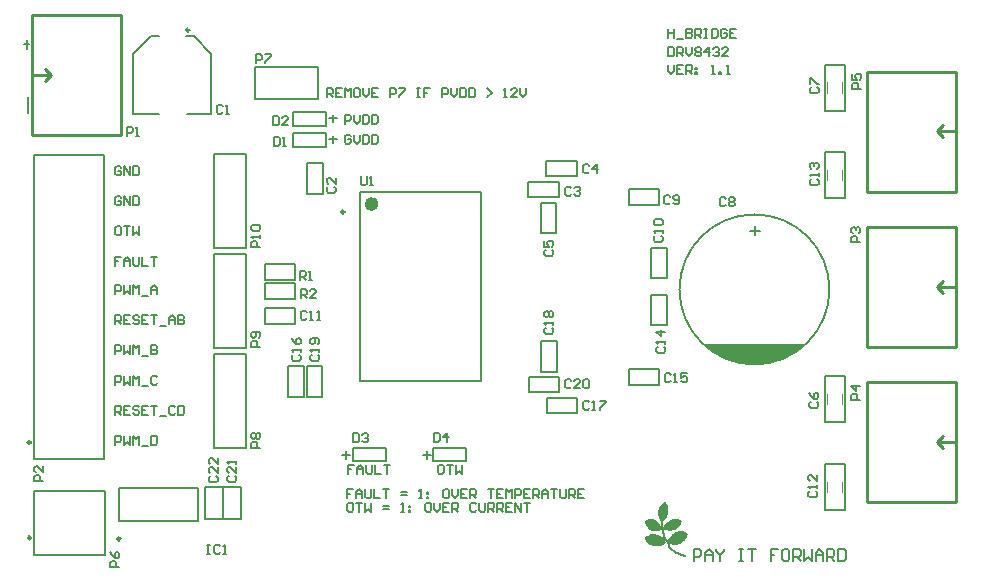
<source format=gto>
G04*
G04 #@! TF.GenerationSoftware,Altium Limited,Altium Designer,20.2.7 (254)*
G04*
G04 Layer_Color=65535*
%FSLAX25Y25*%
%MOIN*%
G70*
G04*
G04 #@! TF.SameCoordinates,93ECAAD2-9D94-4F50-94FD-CC643B8307E9*
G04*
G04*
G04 #@! TF.FilePolarity,Positive*
G04*
G01*
G75*
%ADD10C,0.00700*%
%ADD11C,0.02362*%
%ADD12C,0.00984*%
%ADD13R,0.01000X0.01000*%
%ADD14C,0.00787*%
%ADD15C,0.00600*%
%ADD16C,0.01000*%
%ADD17C,0.00500*%
%ADD18C,0.00400*%
%ADD19C,0.00787*%
G36*
X255800Y72300D02*
X251200Y70300D01*
X247600Y69600D01*
X244200Y69400D01*
X241300Y69500D01*
X235200Y71000D01*
X231800Y72600D01*
X229100Y74300D01*
X229300Y74400D01*
X226700Y76300D01*
X261600D01*
X255800Y72300D01*
D02*
G37*
G36*
X209944Y17972D02*
X209952Y17984D01*
X209955Y17985D01*
X209956Y17987D01*
X209975Y17989D01*
X209993Y17993D01*
X210533Y17897D01*
X210537Y17894D01*
X210543Y17894D01*
X211366Y17577D01*
X211370Y17573D01*
X211376Y17572D01*
X211819Y17289D01*
X211821Y17286D01*
X211824Y17285D01*
X212171Y16998D01*
X212175Y16991D01*
X212182Y16986D01*
X212752Y16099D01*
X212753Y16095D01*
X212756Y16092D01*
X213200Y15078D01*
X213200Y15067D01*
X213204Y15057D01*
Y14393D01*
X213201Y14386D01*
X213202Y14378D01*
X213193Y14368D01*
X213188Y14355D01*
X213181Y14352D01*
X213176Y14346D01*
X212829Y14156D01*
X212826Y14155D01*
X212824Y14153D01*
X212444Y13994D01*
X212437Y13993D01*
X212431Y13990D01*
X211988Y13926D01*
X211987Y13927D01*
X211986Y13926D01*
X211446Y13863D01*
X211443Y13864D01*
X211440Y13862D01*
X210363D01*
X210355Y13866D01*
X210346Y13865D01*
X209966Y13992D01*
X209963Y13995D01*
X209958Y13995D01*
X209358Y14312D01*
X209353Y14318D01*
X209346Y14321D01*
X208649Y14988D01*
X208646Y14994D01*
X208641Y14998D01*
X208387Y15408D01*
X208387Y15409D01*
X208387Y15409D01*
X208197Y15725D01*
X208196Y15729D01*
X208193Y15732D01*
X207843Y16556D01*
X207843Y16557D01*
X207842Y16559D01*
X207652Y17099D01*
X207653Y17111D01*
X207650Y17123D01*
X207654Y17131D01*
X207655Y17140D01*
X207664Y17149D01*
X207670Y17159D01*
X208240Y17603D01*
X208249Y17605D01*
X208256Y17611D01*
X208733Y17768D01*
X208733Y17768D01*
X208734Y17768D01*
X209240Y17928D01*
X209245Y17928D01*
X209249Y17930D01*
X209723Y17994D01*
X209729Y17992D01*
X209736Y17994D01*
X209944Y17972D01*
D02*
G37*
G36*
X218256Y17928D02*
X218263Y17929D01*
X218897Y17769D01*
X218901Y17766D01*
X218906Y17766D01*
X219379Y17546D01*
X219380Y17545D01*
X219381Y17545D01*
X219594Y17438D01*
X219911Y17282D01*
X219923Y17268D01*
X219936Y17255D01*
X219936Y17253D01*
X219938Y17251D01*
X219937Y17242D01*
X219943Y17237D01*
X219944Y17231D01*
X219948Y17227D01*
X219947Y17211D01*
X219949Y17196D01*
X219822Y16723D01*
X219820Y16720D01*
Y16716D01*
X219597Y16176D01*
X219593Y16172D01*
X219592Y16168D01*
X219309Y15724D01*
X219307Y15723D01*
X219306Y15720D01*
X218863Y15150D01*
X218858Y15147D01*
X218856Y15143D01*
X218286Y14636D01*
X218279Y14634D01*
X218274Y14628D01*
X217514Y14248D01*
X217511Y14248D01*
X217509Y14246D01*
X217002Y14056D01*
X216995Y14056D01*
X216988Y14053D01*
X216058Y13979D01*
X216055Y13980D01*
X216053Y13979D01*
X215673D01*
X215668Y13981D01*
X215663Y13980D01*
X215189Y14077D01*
X215189Y14077D01*
X215188Y14077D01*
X214775Y14171D01*
X214773Y14172D01*
X214771Y14172D01*
X214239Y14330D01*
X214019Y14360D01*
X214010Y14365D01*
X213998Y14367D01*
X213842Y14464D01*
X213840Y14467D01*
X213836Y14468D01*
X213828Y14483D01*
X213817Y14498D01*
X213818Y14501D01*
X213816Y14504D01*
X213753Y15074D01*
X213754Y15077D01*
X213753Y15080D01*
X213758Y15093D01*
X213760Y15108D01*
X213950Y15425D01*
X213952Y15426D01*
X213952Y15428D01*
X214172Y15743D01*
X214331Y15996D01*
X214334Y15998D01*
X214336Y16002D01*
X214524Y16220D01*
X214679Y16441D01*
X214685Y16445D01*
X214689Y16452D01*
X214875Y16605D01*
X214998Y16760D01*
X215004Y16764D01*
X215007Y16770D01*
X215294Y16990D01*
X215296Y16990D01*
X215298Y16992D01*
X215908Y17382D01*
X215910Y17383D01*
X215912Y17385D01*
X216482Y17672D01*
X216488Y17672D01*
X216492Y17675D01*
X217032Y17832D01*
X217035Y17832D01*
X217038Y17833D01*
X217638Y17930D01*
X217642Y17929D01*
X217647Y17931D01*
X218250D01*
X218256Y17928D01*
D02*
G37*
G36*
X214427Y23912D02*
X214430Y23912D01*
X214444Y23902D01*
X214459Y23893D01*
X214460Y23890D01*
X214463Y23887D01*
X214687Y23507D01*
X214687Y23504D01*
X214689Y23502D01*
X214816Y23220D01*
X215035Y22777D01*
X215035Y22773D01*
X215038Y22770D01*
X215228Y22200D01*
Y22200D01*
D01*
X215228Y22198D01*
X215229Y22197D01*
X215453Y21313D01*
X215452Y21306D01*
X215454Y21300D01*
Y20377D01*
X215453Y20374D01*
X215454Y20371D01*
X215390Y19708D01*
X215389Y19706D01*
X215388Y19704D01*
X215389Y19700D01*
X215199Y18970D01*
X215196Y18966D01*
X215196Y18961D01*
X214973Y18455D01*
X214967Y18450D01*
X214965Y18442D01*
X214792Y18235D01*
X214648Y18062D01*
X214648Y18062D01*
X214648Y18062D01*
X213478Y16669D01*
X213476Y16667D01*
X213475Y16665D01*
X213474Y16665D01*
X213473Y16663D01*
X213457Y16657D01*
X213441Y16649D01*
X213439Y16650D01*
X213437Y16649D01*
X213435Y16650D01*
X213434Y16649D01*
X213418Y16657D01*
X213402Y16662D01*
X213401Y16664D01*
X213398Y16665D01*
X213398Y16666D01*
X213397Y16667D01*
X213110Y16984D01*
X213108Y16989D01*
X213104Y16992D01*
X212820Y17469D01*
X212820Y17470D01*
X212819Y17471D01*
X212502Y18071D01*
X212502Y18074D01*
X212500Y18075D01*
X212214Y18742D01*
X212213Y18747D01*
X212210Y18752D01*
X212020Y19605D01*
X212022Y19612D01*
X212019Y19619D01*
X212053Y20475D01*
X212055Y20481D01*
X212054Y20487D01*
X212274Y21340D01*
X212276Y21343D01*
X212276Y21346D01*
X212529Y22013D01*
X212534Y22017D01*
X212536Y22024D01*
X212885Y22531D01*
X212888Y22533D01*
X212889Y22535D01*
X213299Y23009D01*
X213304Y23011D01*
X213306Y23016D01*
X213622Y23268D01*
X213970Y23584D01*
X213972Y23584D01*
X213974Y23586D01*
X214384Y23903D01*
X214387Y23904D01*
X214389Y23907D01*
X214407Y23909D01*
X214424Y23914D01*
X214427Y23912D01*
D02*
G37*
G36*
X219761Y13770D02*
X219762Y13771D01*
X220424Y13741D01*
X220457D01*
X220464Y13737D01*
X220473Y13738D01*
X220980Y13578D01*
X220981Y13577D01*
X220984Y13577D01*
X221457Y13387D01*
X221463Y13381D01*
X221471Y13379D01*
X221977Y12969D01*
X221982Y12959D01*
X221991Y12953D01*
X221992Y12942D01*
X221997Y12932D01*
X221994Y12922D01*
X221995Y12912D01*
X221805Y12245D01*
X221803Y12242D01*
X221802Y12237D01*
X221612Y11827D01*
X221611Y11826D01*
X221610Y11823D01*
X221357Y11380D01*
X221355Y11379D01*
X221355Y11377D01*
X221102Y10997D01*
X221099Y10995D01*
X221099Y10993D01*
X220815Y10643D01*
X220811Y10640D01*
X220809Y10636D01*
X220522Y10383D01*
X220519Y10382D01*
X220518Y10379D01*
X219884Y9936D01*
X219882Y9935D01*
X219880Y9933D01*
X219437Y9680D01*
X219432Y9679D01*
X219428Y9675D01*
X218794Y9455D01*
X218790Y9456D01*
X218787Y9454D01*
X218280Y9357D01*
X218275Y9358D01*
X218270Y9356D01*
X217607D01*
X217603Y9357D01*
X217600Y9356D01*
X216173Y9546D01*
X216166Y9550D01*
X216157Y9551D01*
X215397Y9901D01*
X215388Y9911D01*
X215376Y9919D01*
X215374Y9926D01*
X215369Y9931D01*
X215370Y9945D01*
X215367Y9959D01*
X215397Y10131D01*
X215056Y10747D01*
X215055Y10757D01*
X215050Y10765D01*
X215051Y10769D01*
X215049Y10773D01*
X215052Y10780D01*
X215051Y10788D01*
X215057Y10796D01*
X215059Y10805D01*
X215629Y11595D01*
X215631Y11596D01*
X215632Y11598D01*
X216235Y12328D01*
X216239Y12330D01*
X216241Y12334D01*
X216557Y12617D01*
X216560Y12618D01*
X216562Y12621D01*
X216879Y12844D01*
X216882Y12845D01*
X216884Y12847D01*
X217230Y13037D01*
X217798Y13383D01*
X217804Y13384D01*
X217808Y13387D01*
X218474Y13641D01*
X218479Y13640D01*
X218483Y13643D01*
X219146Y13770D01*
X219152Y13769D01*
X219157Y13771D01*
X219760D01*
X219761Y13770D01*
D02*
G37*
G36*
X211116Y12791D02*
X211119Y12789D01*
X211122Y12790D01*
X211725Y12693D01*
X211729Y12691D01*
X211734Y12691D01*
X212114Y12565D01*
X212115Y12563D01*
X212117Y12563D01*
X212654Y12343D01*
X212655Y12342D01*
X212656Y12342D01*
X213133Y12119D01*
X213135Y12117D01*
X213138Y12116D01*
X213463Y11922D01*
X213464Y11923D01*
X213479Y11933D01*
X213482Y11932D01*
X213485Y11934D01*
X213502Y11929D01*
X213519Y11925D01*
X214056Y11579D01*
X214067Y11563D01*
X214079Y11548D01*
X214079Y11546D01*
X214080Y11545D01*
X214076Y11526D01*
X214074Y11507D01*
X214072Y11506D01*
X214072Y11504D01*
X214056Y11493D01*
X214041Y11481D01*
X214039Y11481D01*
X214038Y11480D01*
X214019Y11484D01*
X214000Y11486D01*
X213998Y11487D01*
X214195Y11251D01*
X214195Y11249D01*
X214197Y11248D01*
X214201Y11230D01*
X214207Y11212D01*
X214206Y11210D01*
X214207Y11208D01*
X214181Y11045D01*
X214445Y10778D01*
X214449Y10768D01*
X214457Y10761D01*
X214837Y9844D01*
X214837Y9833D01*
X214841Y9823D01*
X214837Y9815D01*
X214838Y9806D01*
X214837Y9805D01*
Y9803D01*
X214829Y9795D01*
X214825Y9785D01*
X214817Y9782D01*
X214811Y9775D01*
X213797Y9268D01*
X213794Y9268D01*
X213791Y9266D01*
X213158Y9042D01*
X213157Y9042D01*
X213156Y9042D01*
X212522Y8851D01*
X212517Y8852D01*
X212512Y8850D01*
X211879Y8786D01*
X211875Y8787D01*
X211871Y8786D01*
X210985Y8819D01*
X210981Y8821D01*
X210976Y8820D01*
X210503Y8914D01*
X210498Y8917D01*
X210493Y8916D01*
X210017Y9106D01*
X210016Y9107D01*
X210015Y9107D01*
X209508Y9330D01*
X209506Y9333D01*
X209503Y9333D01*
X208966Y9650D01*
X208962Y9656D01*
X208956Y9658D01*
X208830Y9781D01*
X208730Y9800D01*
X208715Y9810D01*
X208698Y9819D01*
X208412Y10168D01*
X208160Y10451D01*
X208159Y10452D01*
X208158Y10453D01*
X207904Y10769D01*
X207903Y10774D01*
X207899Y10777D01*
X207743Y11064D01*
X207742Y11066D01*
X207741Y11067D01*
X207581Y11414D01*
X207580Y11427D01*
X207576Y11438D01*
X207580Y11446D01*
X207579Y11455D01*
X207588Y11465D01*
X207593Y11476D01*
X208196Y12046D01*
X208199Y12047D01*
X208200Y12049D01*
X208610Y12366D01*
X208618Y12368D01*
X208623Y12374D01*
X208939Y12500D01*
X209162Y12596D01*
X209164Y12596D01*
X209166Y12598D01*
X209546Y12725D01*
X209551Y12724D01*
X209554Y12727D01*
X209934Y12790D01*
X209937Y12789D01*
X209940Y12791D01*
X210383Y12821D01*
X210386Y12820D01*
X210389Y12821D01*
X211116Y12791D01*
D02*
G37*
D10*
X269200Y94400D02*
G03*
X269200Y94400I-25000J0D01*
G01*
X244300Y112500D02*
Y115400D01*
X242800Y113900D02*
X245900D01*
X224000Y4000D02*
Y7749D01*
X225874D01*
X226499Y7124D01*
Y5874D01*
X225874Y5250D01*
X224000D01*
X227749Y4000D02*
Y6499D01*
X228998Y7749D01*
X230248Y6499D01*
Y4000D01*
Y5874D01*
X227749D01*
X231498Y7749D02*
Y7124D01*
X232747Y5874D01*
X233997Y7124D01*
Y7749D01*
X232747Y5874D02*
Y4000D01*
X238995Y7749D02*
X240245D01*
X239620D01*
Y4000D01*
X238995D01*
X240245D01*
X242119Y7749D02*
X244618D01*
X243369D01*
Y4000D01*
X252116Y7749D02*
X249617D01*
Y5874D01*
X250866D01*
X249617D01*
Y4000D01*
X255240Y7749D02*
X253990D01*
X253365Y7124D01*
Y4625D01*
X253990Y4000D01*
X255240D01*
X255865Y4625D01*
Y7124D01*
X255240Y7749D01*
X257114Y4000D02*
Y7749D01*
X258989D01*
X259613Y7124D01*
Y5874D01*
X258989Y5250D01*
X257114D01*
X258364D02*
X259613Y4000D01*
X260863Y7749D02*
Y4000D01*
X262113Y5250D01*
X263362Y4000D01*
Y7749D01*
X264612Y4000D02*
Y6499D01*
X265862Y7749D01*
X267111Y6499D01*
Y4000D01*
Y5874D01*
X264612D01*
X268361Y4000D02*
Y7749D01*
X270235D01*
X270860Y7124D01*
Y5874D01*
X270235Y5250D01*
X268361D01*
X269610D02*
X270860Y4000D01*
X272110Y7749D02*
Y4000D01*
X273984D01*
X274609Y4625D01*
Y7124D01*
X273984Y7749D01*
X272110D01*
D11*
X117743Y122859D02*
G03*
X117743Y122859I-1181J0D01*
G01*
D12*
X107506Y120202D02*
G03*
X107506Y120202I-492J0D01*
G01*
X32803Y11283D02*
G03*
X32803Y11283I-492J0D01*
G01*
X3025Y11600D02*
G03*
X3025Y11600I-492J0D01*
G01*
X2925Y43400D02*
G03*
X2925Y43400I-492J0D01*
G01*
X55810Y180859D02*
G03*
X55810Y180859I-492J0D01*
G01*
D13*
X221100Y5500D02*
D03*
D14*
X213417Y16847D02*
X213470Y17193D01*
X213390Y16153D02*
X213417Y16847D01*
X213390Y16153D02*
X213443Y15567D01*
X213497Y14927D01*
X213630Y13993D01*
X213737Y13433D01*
X214027Y12417D01*
X214107Y12150D01*
X214507Y11190D01*
X214907Y10443D01*
X215573Y9190D01*
X215867Y8683D01*
X216133Y8283D01*
X216507Y7857D01*
X216797Y7587D01*
X217403Y7090D01*
X218173Y6650D01*
X218557Y6430D01*
X219053Y6267D01*
X221197Y5497D01*
X213417Y16847D02*
X213470Y17193D01*
X213390Y16153D02*
X213417Y16847D01*
X213390Y16153D02*
X213443Y15567D01*
X213497Y14927D01*
X213630Y13993D01*
X213737Y13433D01*
X214027Y12417D01*
X214107Y12150D01*
X214507Y11190D01*
X214907Y10443D01*
X215573Y9190D01*
X215867Y8683D01*
X216133Y8283D01*
X216507Y7857D01*
X216797Y7587D01*
X217403Y7090D01*
X218173Y6650D01*
X218557Y6430D01*
X219053Y6267D01*
X221197Y5497D01*
D15*
X1600Y174600D02*
Y177600D01*
Y174600D02*
Y176100D01*
X2500D01*
X800D02*
X2500D01*
X1900Y153200D02*
Y158500D01*
X90450Y153400D02*
X90950D01*
X90450Y149900D02*
Y153400D01*
Y148800D02*
Y149900D01*
Y148800D02*
X101450D01*
Y153400D01*
X90950D02*
X101450D01*
X90399Y146397D02*
X90899D01*
X90399Y142897D02*
Y146397D01*
Y141797D02*
Y142897D01*
Y141797D02*
X101399D01*
Y146397D01*
X90899D02*
X101399D01*
X88775Y58696D02*
Y68796D01*
X93975D01*
Y58696D02*
Y68796D01*
X88775Y58696D02*
X93975D01*
X95000Y58700D02*
Y68800D01*
X100200D01*
Y58700D02*
Y68800D01*
X95000Y58700D02*
X100200D01*
X95200Y126300D02*
Y136400D01*
X100400D01*
Y126300D02*
Y136400D01*
X95200Y126300D02*
X100400D01*
X173000Y113200D02*
Y123300D01*
X178200D01*
Y113200D02*
Y123300D01*
X173000Y113200D02*
X178200D01*
X173100Y67000D02*
Y77100D01*
X178300D01*
Y67000D02*
Y77100D01*
X173100Y67000D02*
X178300D01*
X209700Y98100D02*
Y108200D01*
X214900D01*
Y98100D02*
Y108200D01*
X209700Y98100D02*
X214900D01*
X209800Y82400D02*
Y92500D01*
X215000D01*
Y82400D02*
Y92500D01*
X209800Y82400D02*
X215000D01*
X202300Y67900D02*
X212400D01*
Y62700D02*
Y67900D01*
X202300Y62700D02*
X212400D01*
X202300D02*
Y67900D01*
X202400Y127800D02*
X212500D01*
Y122600D02*
Y127800D01*
X202400Y122600D02*
X212500D01*
X202400D02*
Y127800D01*
X174800Y137300D02*
X184900D01*
Y132100D02*
Y137300D01*
X174800Y132100D02*
X184900D01*
X174800D02*
Y137300D01*
X168800Y130300D02*
X178900D01*
Y125100D02*
Y130300D01*
X168800Y125100D02*
X178900D01*
X168800D02*
Y130300D01*
X174900Y58300D02*
X185000D01*
Y53100D02*
Y58300D01*
X174900Y53100D02*
X185000D01*
X174900D02*
Y58300D01*
X169000Y65300D02*
X179100D01*
Y60100D02*
Y65300D01*
X169000Y60100D02*
X179100D01*
X169000D02*
Y65300D01*
X137199Y37100D02*
X147699D01*
X137199D02*
Y41700D01*
X148199D01*
Y40600D02*
Y41700D01*
Y37100D02*
Y40600D01*
X147699Y37100D02*
X148199D01*
X110250D02*
X120750D01*
X110250D02*
Y41700D01*
X121250D01*
Y40600D02*
Y41700D01*
Y37100D02*
Y40600D01*
X120750Y37100D02*
X121250D01*
X66950Y17900D02*
Y28400D01*
X60900Y17900D02*
Y28400D01*
Y17900D02*
X73000D01*
Y28400D01*
X60900D02*
X73000D01*
X80900Y83000D02*
Y88200D01*
Y83000D02*
X91000D01*
Y88200D01*
X80900D02*
X91000D01*
X80900Y96400D02*
X81300D01*
X80900Y91200D02*
Y96400D01*
Y91200D02*
X91100D01*
Y96400D01*
X81300D02*
X91100D01*
X80900Y102900D02*
X81300D01*
X80900Y97700D02*
Y102900D01*
Y97700D02*
X91100D01*
Y102900D01*
X81300D02*
X91100D01*
X109699Y145499D02*
X109200Y145999D01*
X108200D01*
X107700Y145499D01*
Y143500D01*
X108200Y143000D01*
X109200D01*
X109699Y143500D01*
Y144500D01*
X108700D01*
X110699Y145999D02*
Y144000D01*
X111699Y143000D01*
X112698Y144000D01*
Y145999D01*
X113698D02*
Y143000D01*
X115198D01*
X115697Y143500D01*
Y145499D01*
X115198Y145999D01*
X113698D01*
X116697D02*
Y143000D01*
X118197D01*
X118696Y143500D01*
Y145499D01*
X118197Y145999D01*
X116697D01*
X107600Y149600D02*
Y152599D01*
X109099D01*
X109599Y152099D01*
Y151100D01*
X109099Y150600D01*
X107600D01*
X110599Y152599D02*
Y150600D01*
X111599Y149600D01*
X112598Y150600D01*
Y152599D01*
X113598D02*
Y149600D01*
X115098D01*
X115597Y150100D01*
Y152099D01*
X115098Y152599D01*
X113598D01*
X116597D02*
Y149600D01*
X118097D01*
X118596Y150100D01*
Y152099D01*
X118097Y152599D01*
X116597D01*
X101600Y158500D02*
Y161499D01*
X103100D01*
X103599Y160999D01*
Y160000D01*
X103100Y159500D01*
X101600D01*
X102600D02*
X103599Y158500D01*
X106598Y161499D02*
X104599D01*
Y158500D01*
X106598D01*
X104599Y160000D02*
X105599D01*
X107598Y158500D02*
Y161499D01*
X108598Y160499D01*
X109597Y161499D01*
Y158500D01*
X112097Y161499D02*
X111097D01*
X110597Y160999D01*
Y159000D01*
X111097Y158500D01*
X112097D01*
X112596Y159000D01*
Y160999D01*
X112097Y161499D01*
X113596D02*
Y159500D01*
X114596Y158500D01*
X115595Y159500D01*
Y161499D01*
X118595D02*
X116595D01*
Y158500D01*
X118595D01*
X116595Y160000D02*
X117595D01*
X122593Y158500D02*
Y161499D01*
X124093D01*
X124593Y160999D01*
Y160000D01*
X124093Y159500D01*
X122593D01*
X125592Y161499D02*
X127592D01*
Y160999D01*
X125592Y159000D01*
Y158500D01*
X131590Y161499D02*
X132590D01*
X132090D01*
Y158500D01*
X131590D01*
X132590D01*
X136089Y161499D02*
X134090D01*
Y160000D01*
X135089D01*
X134090D01*
Y158500D01*
X140088D02*
Y161499D01*
X141587D01*
X142087Y160999D01*
Y160000D01*
X141587Y159500D01*
X140088D01*
X143087Y161499D02*
Y159500D01*
X144086Y158500D01*
X145086Y159500D01*
Y161499D01*
X146086D02*
Y158500D01*
X147585D01*
X148085Y159000D01*
Y160999D01*
X147585Y161499D01*
X146086D01*
X149085D02*
Y158500D01*
X150584D01*
X151084Y159000D01*
Y160999D01*
X150584Y161499D01*
X149085D01*
X155083Y158500D02*
X156582Y160000D01*
X155083Y161499D01*
X160581Y158500D02*
X161581D01*
X161081D01*
Y161499D01*
X160581Y160999D01*
X165079Y158500D02*
X163080D01*
X165079Y160499D01*
Y160999D01*
X164580Y161499D01*
X163580D01*
X163080Y160999D01*
X166079Y161499D02*
Y159500D01*
X167079Y158500D01*
X168078Y159500D01*
Y161499D01*
X110799Y35899D02*
X108800D01*
Y34400D01*
X109800D01*
X108800D01*
Y32900D01*
X111799D02*
Y34899D01*
X112799Y35899D01*
X113798Y34899D01*
Y32900D01*
Y34400D01*
X111799D01*
X114798Y35899D02*
Y33400D01*
X115298Y32900D01*
X116298D01*
X116797Y33400D01*
Y35899D01*
X117797D02*
Y32900D01*
X119796D01*
X120796Y35899D02*
X122795D01*
X121796D01*
Y32900D01*
X140100Y35999D02*
X139100D01*
X138600Y35499D01*
Y33500D01*
X139100Y33000D01*
X140100D01*
X140599Y33500D01*
Y35499D01*
X140100Y35999D01*
X141599D02*
X143598D01*
X142599D01*
Y33000D01*
X144598Y35999D02*
Y33000D01*
X145598Y34000D01*
X146597Y33000D01*
Y35999D01*
X33099Y134999D02*
X32599Y135499D01*
X31600D01*
X31100Y134999D01*
Y133000D01*
X31600Y132500D01*
X32599D01*
X33099Y133000D01*
Y134000D01*
X32100D01*
X34099Y132500D02*
Y135499D01*
X36098Y132500D01*
Y135499D01*
X37098D02*
Y132500D01*
X38598D01*
X39097Y133000D01*
Y134999D01*
X38598Y135499D01*
X37098D01*
X33099Y124955D02*
X32599Y125454D01*
X31600D01*
X31100Y124955D01*
Y122955D01*
X31600Y122456D01*
X32599D01*
X33099Y122955D01*
Y123955D01*
X32100D01*
X34099Y122456D02*
Y125454D01*
X36098Y122456D01*
Y125454D01*
X37098D02*
Y122456D01*
X38598D01*
X39097Y122955D01*
Y124955D01*
X38598Y125454D01*
X37098D01*
X32599Y115410D02*
X31600D01*
X31100Y114910D01*
Y112911D01*
X31600Y112411D01*
X32599D01*
X33099Y112911D01*
Y114910D01*
X32599Y115410D01*
X34099D02*
X36098D01*
X35099D01*
Y112411D01*
X37098Y115410D02*
Y112411D01*
X38098Y113411D01*
X39097Y112411D01*
Y115410D01*
X33099Y105366D02*
X31100D01*
Y103866D01*
X32100D01*
X31100D01*
Y102367D01*
X34099D02*
Y104366D01*
X35099Y105366D01*
X36098Y104366D01*
Y102367D01*
Y103866D01*
X34099D01*
X37098Y105366D02*
Y102866D01*
X37598Y102367D01*
X38598D01*
X39097Y102866D01*
Y105366D01*
X40097D02*
Y102367D01*
X42096D01*
X43096Y105366D02*
X45096D01*
X44096D01*
Y102367D01*
X31100Y92822D02*
Y95821D01*
X32599D01*
X33099Y95321D01*
Y94322D01*
X32599Y93822D01*
X31100D01*
X34099Y95821D02*
Y92822D01*
X35099Y93822D01*
X36098Y92822D01*
Y95821D01*
X37098Y92822D02*
Y95821D01*
X38098Y94821D01*
X39097Y95821D01*
Y92822D01*
X40097Y92322D02*
X42096D01*
X43096Y92822D02*
Y94821D01*
X44096Y95821D01*
X45096Y94821D01*
Y92822D01*
Y94322D01*
X43096D01*
X31100Y82778D02*
Y85777D01*
X32599D01*
X33099Y85277D01*
Y84277D01*
X32599Y83777D01*
X31100D01*
X32100D02*
X33099Y82778D01*
X36098Y85777D02*
X34099D01*
Y82778D01*
X36098D01*
X34099Y84277D02*
X35099D01*
X39097Y85277D02*
X38598Y85777D01*
X37598D01*
X37098Y85277D01*
Y84777D01*
X37598Y84277D01*
X38598D01*
X39097Y83777D01*
Y83277D01*
X38598Y82778D01*
X37598D01*
X37098Y83277D01*
X42096Y85777D02*
X40097D01*
Y82778D01*
X42096D01*
X40097Y84277D02*
X41097D01*
X43096Y85777D02*
X45096D01*
X44096D01*
Y82778D01*
X46095Y82278D02*
X48094D01*
X49094Y82778D02*
Y84777D01*
X50094Y85777D01*
X51094Y84777D01*
Y82778D01*
Y84277D01*
X49094D01*
X52093Y85777D02*
Y82778D01*
X53593D01*
X54093Y83277D01*
Y83777D01*
X53593Y84277D01*
X52093D01*
X53593D01*
X54093Y84777D01*
Y85277D01*
X53593Y85777D01*
X52093D01*
X31100Y72733D02*
Y75732D01*
X32599D01*
X33099Y75232D01*
Y74233D01*
X32599Y73733D01*
X31100D01*
X34099Y75732D02*
Y72733D01*
X35099Y73733D01*
X36098Y72733D01*
Y75732D01*
X37098Y72733D02*
Y75732D01*
X38098Y74733D01*
X39097Y75732D01*
Y72733D01*
X40097Y72233D02*
X42096D01*
X43096Y75732D02*
Y72733D01*
X44596D01*
X45096Y73233D01*
Y73733D01*
X44596Y74233D01*
X43096D01*
X44596D01*
X45096Y74733D01*
Y75232D01*
X44596Y75732D01*
X43096D01*
X31100Y62689D02*
Y65688D01*
X32599D01*
X33099Y65188D01*
Y64188D01*
X32599Y63688D01*
X31100D01*
X34099Y65688D02*
Y62689D01*
X35099Y63688D01*
X36098Y62689D01*
Y65688D01*
X37098Y62689D02*
Y65688D01*
X38098Y64688D01*
X39097Y65688D01*
Y62689D01*
X40097Y62189D02*
X42096D01*
X45096Y65188D02*
X44596Y65688D01*
X43596D01*
X43096Y65188D01*
Y63189D01*
X43596Y62689D01*
X44596D01*
X45096Y63189D01*
X31100Y52644D02*
Y55643D01*
X32599D01*
X33099Y55143D01*
Y54144D01*
X32599Y53644D01*
X31100D01*
X32100D02*
X33099Y52644D01*
X36098Y55643D02*
X34099D01*
Y52644D01*
X36098D01*
X34099Y54144D02*
X35099D01*
X39097Y55143D02*
X38598Y55643D01*
X37598D01*
X37098Y55143D01*
Y54644D01*
X37598Y54144D01*
X38598D01*
X39097Y53644D01*
Y53144D01*
X38598Y52644D01*
X37598D01*
X37098Y53144D01*
X42096Y55643D02*
X40097D01*
Y52644D01*
X42096D01*
X40097Y54144D02*
X41097D01*
X43096Y55643D02*
X45096D01*
X44096D01*
Y52644D01*
X46095Y52144D02*
X48094D01*
X51094Y55143D02*
X50594Y55643D01*
X49594D01*
X49094Y55143D01*
Y53144D01*
X49594Y52644D01*
X50594D01*
X51094Y53144D01*
X52093Y55643D02*
Y52644D01*
X53593D01*
X54093Y53144D01*
Y55143D01*
X53593Y55643D01*
X52093D01*
X31100Y42600D02*
Y45599D01*
X32599D01*
X33099Y45099D01*
Y44099D01*
X32599Y43600D01*
X31100D01*
X34099Y45599D02*
Y42600D01*
X35099Y43600D01*
X36098Y42600D01*
Y45599D01*
X37098Y42600D02*
Y45599D01*
X38098Y44599D01*
X39097Y45599D01*
Y42600D01*
X40097Y42100D02*
X42096D01*
X43096Y45599D02*
Y42600D01*
X44596D01*
X45096Y43100D01*
Y45099D01*
X44596Y45599D01*
X43096D01*
X174600Y81551D02*
X174100Y81051D01*
Y80051D01*
X174600Y79551D01*
X176600D01*
X177100Y80051D01*
Y81051D01*
X176600Y81551D01*
X177100Y82550D02*
Y83550D01*
Y83050D01*
X174100D01*
X174600Y82550D01*
Y85049D02*
X174100Y85549D01*
Y86549D01*
X174600Y87049D01*
X175100D01*
X175600Y86549D01*
X176100Y87049D01*
X176600D01*
X177100Y86549D01*
Y85549D01*
X176600Y85049D01*
X176100D01*
X175600Y85549D01*
X175100Y85049D01*
X174600D01*
X175600Y85549D02*
Y86549D01*
X189100Y135600D02*
X188600Y136100D01*
X187601D01*
X187101Y135600D01*
Y133600D01*
X187601Y133100D01*
X188600D01*
X189100Y133600D01*
X191599Y133100D02*
Y136100D01*
X190100Y134600D01*
X192099D01*
X174700Y107600D02*
X174200Y107100D01*
Y106101D01*
X174700Y105601D01*
X176700D01*
X177199Y106101D01*
Y107100D01*
X176700Y107600D01*
X174200Y110599D02*
Y108600D01*
X175700D01*
X175200Y109599D01*
Y110099D01*
X175700Y110599D01*
X176700D01*
X177199Y110099D01*
Y109100D01*
X176700Y108600D01*
X183100Y128200D02*
X182600Y128700D01*
X181601D01*
X181101Y128200D01*
Y126200D01*
X181601Y125700D01*
X182600D01*
X183100Y126200D01*
X184100Y128200D02*
X184600Y128700D01*
X185599D01*
X186099Y128200D01*
Y127700D01*
X185599Y127200D01*
X185099D01*
X185599D01*
X186099Y126700D01*
Y126200D01*
X185599Y125700D01*
X184600D01*
X184100Y126200D01*
X279500Y57701D02*
X276501D01*
Y59200D01*
X277000Y59700D01*
X278000D01*
X278500Y59200D01*
Y57701D01*
X279500Y62199D02*
X276501D01*
X278000Y60700D01*
Y62699D01*
X262600Y27151D02*
X262101Y26651D01*
Y25651D01*
X262600Y25151D01*
X264600D01*
X265100Y25651D01*
Y26651D01*
X264600Y27151D01*
X265100Y28150D02*
Y29150D01*
Y28650D01*
X262101D01*
X262600Y28150D01*
X265100Y32649D02*
Y30649D01*
X263100Y32649D01*
X262600D01*
X262101Y32149D01*
Y31149D01*
X262600Y30649D01*
X263000Y57000D02*
X262501Y56500D01*
Y55501D01*
X263000Y55001D01*
X265000D01*
X265499Y55501D01*
Y56500D01*
X265000Y57000D01*
X262501Y59999D02*
X263000Y59000D01*
X264000Y58000D01*
X265000D01*
X265499Y58500D01*
Y59499D01*
X265000Y59999D01*
X264500D01*
X264000Y59499D01*
Y58000D01*
X279500Y110101D02*
X276501D01*
Y111600D01*
X277000Y112100D01*
X278000D01*
X278500Y111600D01*
Y110101D01*
X277000Y113100D02*
X276501Y113600D01*
Y114599D01*
X277000Y115099D01*
X277500D01*
X278000Y114599D01*
Y114100D01*
Y114599D01*
X278500Y115099D01*
X279000D01*
X279500Y114599D01*
Y113600D01*
X279000Y113100D01*
X279800Y161301D02*
X276800D01*
Y162800D01*
X277300Y163300D01*
X278300D01*
X278800Y162800D01*
Y161301D01*
X276800Y166299D02*
Y164300D01*
X278300D01*
X277800Y165299D01*
Y165799D01*
X278300Y166299D01*
X279300D01*
X279800Y165799D01*
Y164800D01*
X279300Y164300D01*
X263100Y161800D02*
X262600Y161300D01*
Y160301D01*
X263100Y159801D01*
X265100D01*
X265599Y160301D01*
Y161300D01*
X265100Y161800D01*
X262600Y162800D02*
Y164799D01*
X263100D01*
X265100Y162800D01*
X265599D01*
X263100Y131051D02*
X262600Y130551D01*
Y129551D01*
X263100Y129051D01*
X265100D01*
X265599Y129551D01*
Y130551D01*
X265100Y131051D01*
X265599Y132050D02*
Y133050D01*
Y132550D01*
X262600D01*
X263100Y132050D01*
Y134549D02*
X262600Y135049D01*
Y136049D01*
X263100Y136549D01*
X263600D01*
X264100Y136049D01*
Y135549D01*
Y136049D01*
X264600Y136549D01*
X265100D01*
X265599Y136049D01*
Y135049D01*
X265100Y134549D01*
X234600Y124600D02*
X234100Y125100D01*
X233101D01*
X232601Y124600D01*
Y122600D01*
X233101Y122100D01*
X234100D01*
X234600Y122600D01*
X235600Y124600D02*
X236100Y125100D01*
X237099D01*
X237599Y124600D01*
Y124100D01*
X237099Y123600D01*
X237599Y123100D01*
Y122600D01*
X237099Y122100D01*
X236100D01*
X235600Y122600D01*
Y123100D01*
X236100Y123600D01*
X235600Y124100D01*
Y124600D01*
X236100Y123600D02*
X237099D01*
X216200Y125300D02*
X215700Y125800D01*
X214701D01*
X214201Y125300D01*
Y123300D01*
X214701Y122801D01*
X215700D01*
X216200Y123300D01*
X217200D02*
X217700Y122801D01*
X218699D01*
X219199Y123300D01*
Y125300D01*
X218699Y125800D01*
X217700D01*
X217200Y125300D01*
Y124800D01*
X217700Y124300D01*
X219199D01*
X216251Y66000D02*
X215751Y66500D01*
X214751D01*
X214251Y66000D01*
Y64000D01*
X214751Y63500D01*
X215751D01*
X216251Y64000D01*
X217250Y63500D02*
X218250D01*
X217750D01*
Y66500D01*
X217250Y66000D01*
X221749Y66500D02*
X219749D01*
Y65000D01*
X220749Y65500D01*
X221249D01*
X221749Y65000D01*
Y64000D01*
X221249Y63500D01*
X220249D01*
X219749Y64000D01*
X211900Y75251D02*
X211401Y74751D01*
Y73751D01*
X211900Y73251D01*
X213900D01*
X214400Y73751D01*
Y74751D01*
X213900Y75251D01*
X214400Y76250D02*
Y77250D01*
Y76750D01*
X211401D01*
X211900Y76250D01*
X214400Y80249D02*
X211401D01*
X212900Y78749D01*
Y80749D01*
X211100Y112251D02*
X210600Y111751D01*
Y110751D01*
X211100Y110251D01*
X213100D01*
X213599Y110751D01*
Y111751D01*
X213100Y112251D01*
X213599Y113250D02*
Y114250D01*
Y113750D01*
X210600D01*
X211100Y113250D01*
Y115749D02*
X210600Y116249D01*
Y117249D01*
X211100Y117749D01*
X213100D01*
X213599Y117249D01*
Y116249D01*
X213100Y115749D01*
X211100D01*
X83801Y152199D02*
Y149200D01*
X85300D01*
X85800Y149700D01*
Y151700D01*
X85300Y152199D01*
X83801D01*
X88799Y149200D02*
X86800D01*
X88799Y151200D01*
Y151700D01*
X88299Y152199D01*
X87300D01*
X86800Y151700D01*
X83901Y145299D02*
Y142300D01*
X85400D01*
X85900Y142800D01*
Y144800D01*
X85400Y145299D01*
X83901D01*
X86900Y142300D02*
X87899D01*
X87400D01*
Y145299D01*
X86900Y144800D01*
X102100Y128700D02*
X101601Y128200D01*
Y127201D01*
X102100Y126701D01*
X104100D01*
X104599Y127201D01*
Y128200D01*
X104100Y128700D01*
X104599Y131699D02*
Y129700D01*
X102600Y131699D01*
X102100D01*
X101601Y131199D01*
Y130200D01*
X102100Y129700D01*
X113001Y132099D02*
Y129600D01*
X113500Y129101D01*
X114500D01*
X115000Y129600D01*
Y132099D01*
X116000Y129101D02*
X116999D01*
X116499D01*
Y132099D01*
X116000Y131600D01*
X79400Y75301D02*
X76401D01*
Y76800D01*
X76900Y77300D01*
X77900D01*
X78400Y76800D01*
Y75301D01*
X78900Y78300D02*
X79400Y78800D01*
Y79799D01*
X78900Y80299D01*
X76900D01*
X76401Y79799D01*
Y78800D01*
X76900Y78300D01*
X77400D01*
X77900Y78800D01*
Y80299D01*
X96700Y72651D02*
X96201Y72151D01*
Y71151D01*
X96700Y70651D01*
X98700D01*
X99199Y71151D01*
Y72151D01*
X98700Y72651D01*
X99199Y73650D02*
Y74650D01*
Y74150D01*
X96201D01*
X96700Y73650D01*
X98700Y76149D02*
X99199Y76649D01*
Y77649D01*
X98700Y78149D01*
X96700D01*
X96201Y77649D01*
Y76649D01*
X96700Y76149D01*
X97200D01*
X97700Y76649D01*
Y78149D01*
X90400Y72651D02*
X89900Y72151D01*
Y71151D01*
X90400Y70651D01*
X92400D01*
X92900Y71151D01*
Y72151D01*
X92400Y72651D01*
X92900Y73650D02*
Y74650D01*
Y74150D01*
X89900D01*
X90400Y73650D01*
X89900Y78149D02*
X90400Y77149D01*
X91400Y76149D01*
X92400D01*
X92900Y76649D01*
Y77649D01*
X92400Y78149D01*
X91900D01*
X91400Y77649D01*
Y76149D01*
X189151Y56800D02*
X188651Y57300D01*
X187651D01*
X187151Y56800D01*
Y54800D01*
X187651Y54300D01*
X188651D01*
X189151Y54800D01*
X190150Y54300D02*
X191150D01*
X190650D01*
Y57300D01*
X190150Y56800D01*
X192649Y57300D02*
X194649D01*
Y56800D01*
X192649Y54800D01*
Y54300D01*
X183201Y63900D02*
X182701Y64399D01*
X181701D01*
X181201Y63900D01*
Y61900D01*
X181701Y61401D01*
X182701D01*
X183201Y61900D01*
X186200Y61401D02*
X184200D01*
X186200Y63400D01*
Y63900D01*
X185700Y64399D01*
X184700D01*
X184200Y63900D01*
X187199D02*
X187699Y64399D01*
X188699D01*
X189199Y63900D01*
Y61900D01*
X188699Y61401D01*
X187699D01*
X187199Y61900D01*
Y63900D01*
X137301Y46600D02*
Y43600D01*
X138800D01*
X139300Y44100D01*
Y46100D01*
X138800Y46600D01*
X137301D01*
X141799Y43600D02*
Y46600D01*
X140300Y45100D01*
X142299D01*
X110501Y46499D02*
Y43501D01*
X112000D01*
X112500Y44000D01*
Y46000D01*
X112000Y46499D01*
X110501D01*
X113500Y46000D02*
X114000Y46499D01*
X114999D01*
X115499Y46000D01*
Y45500D01*
X114999Y45000D01*
X114499D01*
X114999D01*
X115499Y44500D01*
Y44000D01*
X114999Y43501D01*
X114000D01*
X113500Y44000D01*
X79500Y41701D02*
X76500D01*
Y43200D01*
X77000Y43700D01*
X78000D01*
X78500Y43200D01*
Y41701D01*
X77000Y44700D02*
X76500Y45200D01*
Y46199D01*
X77000Y46699D01*
X77500D01*
X78000Y46199D01*
X78500Y46699D01*
X79000D01*
X79500Y46199D01*
Y45200D01*
X79000Y44700D01*
X78500D01*
X78000Y45200D01*
X77500Y44700D01*
X77000D01*
X78000Y45200D02*
Y46199D01*
X62800Y32201D02*
X62300Y31701D01*
Y30701D01*
X62800Y30201D01*
X64800D01*
X65299Y30701D01*
Y31701D01*
X64800Y32201D01*
X65299Y35200D02*
Y33200D01*
X63300Y35200D01*
X62800D01*
X62300Y34700D01*
Y33700D01*
X62800Y33200D01*
X65299Y38199D02*
Y36199D01*
X63300Y38199D01*
X62800D01*
X62300Y37699D01*
Y36699D01*
X62800Y36199D01*
X94975Y86751D02*
X94475Y87251D01*
X93476D01*
X92976Y86751D01*
Y84752D01*
X93476Y84252D01*
X94475D01*
X94975Y84752D01*
X95975Y84252D02*
X96974D01*
X96474D01*
Y87251D01*
X95975Y86751D01*
X98474Y84252D02*
X99474D01*
X98974D01*
Y87251D01*
X98474Y86751D01*
X92981Y91383D02*
Y94382D01*
X94481D01*
X94981Y93882D01*
Y92882D01*
X94481Y92382D01*
X92981D01*
X93981D02*
X94981Y91383D01*
X97980D02*
X95980D01*
X97980Y93382D01*
Y93882D01*
X97480Y94382D01*
X96480D01*
X95980Y93882D01*
X92708Y97576D02*
Y100575D01*
X94207D01*
X94707Y100075D01*
Y99075D01*
X94207Y98576D01*
X92708D01*
X93708D02*
X94707Y97576D01*
X95707D02*
X96707D01*
X96207D01*
Y100575D01*
X95707Y100075D01*
X79400Y108451D02*
X76401D01*
Y109951D01*
X76900Y110451D01*
X77900D01*
X78400Y109951D01*
Y108451D01*
X79400Y111450D02*
Y112450D01*
Y111950D01*
X76401D01*
X76900Y111450D01*
Y113949D02*
X76401Y114449D01*
Y115449D01*
X76900Y115949D01*
X78900D01*
X79400Y115449D01*
Y114449D01*
X78900Y113949D01*
X76900D01*
X77901Y169800D02*
Y172800D01*
X79400D01*
X79900Y172300D01*
Y171300D01*
X79400Y170800D01*
X77901D01*
X80900Y172800D02*
X82899D01*
Y172300D01*
X80900Y170300D01*
Y169800D01*
X68900Y32300D02*
X68401Y31801D01*
Y30801D01*
X68900Y30301D01*
X70900D01*
X71399Y30801D01*
Y31801D01*
X70900Y32300D01*
X71399Y35300D02*
Y33300D01*
X69400Y35300D01*
X68900D01*
X68401Y34800D01*
Y33800D01*
X68900Y33300D01*
X71399Y36299D02*
Y37299D01*
Y36799D01*
X68401D01*
X68900Y36299D01*
X61551Y9300D02*
X62551D01*
X62051D01*
Y6301D01*
X61551D01*
X62551D01*
X66050Y8800D02*
X65550Y9300D01*
X64550D01*
X64050Y8800D01*
Y6800D01*
X64550Y6301D01*
X65550D01*
X66050Y6800D01*
X67049Y6301D02*
X68049D01*
X67549D01*
Y9300D01*
X67049Y8800D01*
X32500Y1801D02*
X29500D01*
Y3300D01*
X30000Y3800D01*
X31000D01*
X31500Y3300D01*
Y1801D01*
X29500Y6799D02*
X30000Y5799D01*
X31000Y4800D01*
X32000D01*
X32500Y5300D01*
Y6299D01*
X32000Y6799D01*
X31500D01*
X31000Y6299D01*
Y4800D01*
X7100Y30401D02*
X4101D01*
Y31900D01*
X4600Y32400D01*
X5600D01*
X6100Y31900D01*
Y30401D01*
X7100Y35399D02*
Y33400D01*
X5100Y35399D01*
X4600D01*
X4101Y34899D01*
Y33900D01*
X4600Y33400D01*
X66900Y155400D02*
X66400Y155900D01*
X65400D01*
X64901Y155400D01*
Y153400D01*
X65400Y152901D01*
X66400D01*
X66900Y153400D01*
X67900Y152901D02*
X68899D01*
X68400D01*
Y155900D01*
X67900Y155400D01*
X35001Y145600D02*
Y148600D01*
X36500D01*
X37000Y148100D01*
Y147100D01*
X36500Y146600D01*
X35001D01*
X38000Y145600D02*
X38999D01*
X38500D01*
Y148600D01*
X38000Y148100D01*
D16*
X281850Y23600D02*
Y63600D01*
X311400D01*
X281850Y23600D02*
X311400D01*
Y63600D01*
X305050Y43650D02*
X307050Y41650D01*
X305050Y43650D02*
X307050Y45650D01*
X305050Y43650D02*
X311200D01*
X281850Y75300D02*
Y115300D01*
X311400D01*
X281850Y75300D02*
X311400D01*
Y115300D01*
X305050Y95350D02*
X307050Y93350D01*
X305050Y95350D02*
X307050Y97350D01*
X305050Y95350D02*
X311200D01*
X281850Y127000D02*
Y167000D01*
X311400D01*
X281850Y127000D02*
X311400D01*
Y167000D01*
X305050Y147050D02*
X307050Y145050D01*
X305050Y147050D02*
X307050Y149050D01*
X305050Y147050D02*
X311200D01*
X33050Y145900D02*
Y185900D01*
X3500Y145900D02*
X33050D01*
X3500Y185900D02*
X33050D01*
X3500Y145900D02*
Y185900D01*
X7850Y167850D02*
X9850Y165850D01*
X7850Y163850D02*
X9850Y165850D01*
X3700D02*
X9850D01*
D17*
X267700Y20800D02*
X274400D01*
X267700D02*
Y36100D01*
X274400D01*
Y20800D02*
Y36100D01*
Y50100D02*
Y65400D01*
X267700D02*
X274400D01*
X267700Y50100D02*
Y65400D01*
Y50100D02*
X274400D01*
Y154000D02*
Y169300D01*
X267700D02*
X274400D01*
X267700Y154000D02*
Y169300D01*
Y154000D02*
X274400D01*
X267700Y124800D02*
X274400D01*
X267700D02*
Y140100D01*
X274400D01*
Y124800D02*
Y140100D01*
X110000Y23299D02*
X109000D01*
X108500Y22799D01*
Y20800D01*
X109000Y20300D01*
X110000D01*
X110499Y20800D01*
Y22799D01*
X110000Y23299D01*
X111499D02*
X113498D01*
X112499D01*
Y20300D01*
X114498Y23299D02*
Y20300D01*
X115498Y21300D01*
X116497Y20300D01*
Y23299D01*
X120496Y21300D02*
X122495D01*
X120496Y22299D02*
X122495D01*
X126494Y20300D02*
X127494D01*
X126994D01*
Y23299D01*
X126494Y22799D01*
X128993Y22299D02*
X129493D01*
Y21800D01*
X128993D01*
Y22299D01*
Y20800D02*
X129493D01*
Y20300D01*
X128993D01*
Y20800D01*
X135991Y23299D02*
X134991D01*
X134492Y22799D01*
Y20800D01*
X134991Y20300D01*
X135991D01*
X136491Y20800D01*
Y22799D01*
X135991Y23299D01*
X137491D02*
Y21300D01*
X138490Y20300D01*
X139490Y21300D01*
Y23299D01*
X142489D02*
X140490D01*
Y20300D01*
X142489D01*
X140490Y21800D02*
X141489D01*
X143489Y20300D02*
Y23299D01*
X144988D01*
X145488Y22799D01*
Y21800D01*
X144988Y21300D01*
X143489D01*
X144488D02*
X145488Y20300D01*
X151486Y22799D02*
X150986Y23299D01*
X149987D01*
X149487Y22799D01*
Y20800D01*
X149987Y20300D01*
X150986D01*
X151486Y20800D01*
X152486Y23299D02*
Y20800D01*
X152986Y20300D01*
X153985D01*
X154485Y20800D01*
Y23299D01*
X155485Y20300D02*
Y23299D01*
X156984D01*
X157484Y22799D01*
Y21800D01*
X156984Y21300D01*
X155485D01*
X156484D02*
X157484Y20300D01*
X158484D02*
Y23299D01*
X159983D01*
X160483Y22799D01*
Y21800D01*
X159983Y21300D01*
X158484D01*
X159484D02*
X160483Y20300D01*
X163482Y23299D02*
X161483D01*
Y20300D01*
X163482D01*
X161483Y21800D02*
X162483D01*
X164482Y20300D02*
Y23299D01*
X166481Y20300D01*
Y23299D01*
X167481D02*
X169480D01*
X168481D01*
Y20300D01*
X110499Y27799D02*
X108500D01*
Y26300D01*
X109500D01*
X108500D01*
Y24800D01*
X111499D02*
Y26799D01*
X112499Y27799D01*
X113498Y26799D01*
Y24800D01*
Y26300D01*
X111499D01*
X114498Y27799D02*
Y25300D01*
X114998Y24800D01*
X115998D01*
X116497Y25300D01*
Y27799D01*
X117497D02*
Y24800D01*
X119496D01*
X120496Y27799D02*
X122495D01*
X121496D01*
Y24800D01*
X126494Y25800D02*
X128493D01*
X126494Y26799D02*
X128493D01*
X132492Y24800D02*
X133492D01*
X132992D01*
Y27799D01*
X132492Y27299D01*
X134991Y26799D02*
X135491D01*
Y26300D01*
X134991D01*
Y26799D01*
Y25300D02*
X135491D01*
Y24800D01*
X134991D01*
Y25300D01*
X141989Y27799D02*
X140989D01*
X140490Y27299D01*
Y25300D01*
X140989Y24800D01*
X141989D01*
X142489Y25300D01*
Y27299D01*
X141989Y27799D01*
X143489D02*
Y25800D01*
X144488Y24800D01*
X145488Y25800D01*
Y27799D01*
X148487D02*
X146488D01*
Y24800D01*
X148487D01*
X146488Y26300D02*
X147487D01*
X149487Y24800D02*
Y27799D01*
X150986D01*
X151486Y27299D01*
Y26300D01*
X150986Y25800D01*
X149487D01*
X150486D02*
X151486Y24800D01*
X155485Y27799D02*
X157484D01*
X156484D01*
Y24800D01*
X160483Y27799D02*
X158484D01*
Y24800D01*
X160483D01*
X158484Y26300D02*
X159484D01*
X161483Y24800D02*
Y27799D01*
X162483Y26799D01*
X163482Y27799D01*
Y24800D01*
X164482D02*
Y27799D01*
X165981D01*
X166481Y27299D01*
Y26300D01*
X165981Y25800D01*
X164482D01*
X169480Y27799D02*
X167481D01*
Y24800D01*
X169480D01*
X167481Y26300D02*
X168481D01*
X170480Y24800D02*
Y27799D01*
X171979D01*
X172479Y27299D01*
Y26300D01*
X171979Y25800D01*
X170480D01*
X171480D02*
X172479Y24800D01*
X173479D02*
Y26799D01*
X174479Y27799D01*
X175478Y26799D01*
Y24800D01*
Y26300D01*
X173479D01*
X176478Y27799D02*
X178477D01*
X177478D01*
Y24800D01*
X179477Y27799D02*
Y25300D01*
X179977Y24800D01*
X180977D01*
X181476Y25300D01*
Y27799D01*
X182476Y24800D02*
Y27799D01*
X183976D01*
X184475Y27299D01*
Y26300D01*
X183976Y25800D01*
X182476D01*
X183476D02*
X184475Y24800D01*
X187475Y27799D02*
X185475D01*
Y24800D01*
X187475D01*
X185475Y26300D02*
X186475D01*
X215500Y169299D02*
Y167300D01*
X216500Y166300D01*
X217499Y167300D01*
Y169299D01*
X220498D02*
X218499D01*
Y166300D01*
X220498D01*
X218499Y167799D02*
X219499D01*
X221498Y166300D02*
Y169299D01*
X222998D01*
X223497Y168799D01*
Y167799D01*
X222998Y167300D01*
X221498D01*
X222498D02*
X223497Y166300D01*
X224497Y168299D02*
X224997D01*
Y167799D01*
X224497D01*
Y168299D01*
Y166800D02*
X224997D01*
Y166300D01*
X224497D01*
Y166800D01*
X229995Y166300D02*
X230995D01*
X230495D01*
Y169299D01*
X229995Y168799D01*
X232494Y166300D02*
Y166800D01*
X232994D01*
Y166300D01*
X232494D01*
X234994D02*
X235993D01*
X235493D01*
Y169299D01*
X234994Y168799D01*
X215500Y175049D02*
Y172050D01*
X217000D01*
X217499Y172550D01*
Y174549D01*
X217000Y175049D01*
X215500D01*
X218499Y172050D02*
Y175049D01*
X219999D01*
X220498Y174549D01*
Y173549D01*
X219999Y173050D01*
X218499D01*
X219499D02*
X220498Y172050D01*
X221498Y175049D02*
Y173050D01*
X222498Y172050D01*
X223497Y173050D01*
Y175049D01*
X224497Y174549D02*
X224997Y175049D01*
X225997D01*
X226496Y174549D01*
Y174049D01*
X225997Y173549D01*
X226496Y173050D01*
Y172550D01*
X225997Y172050D01*
X224997D01*
X224497Y172550D01*
Y173050D01*
X224997Y173549D01*
X224497Y174049D01*
Y174549D01*
X224997Y173549D02*
X225997D01*
X228996Y172050D02*
Y175049D01*
X227496Y173549D01*
X229496D01*
X230495Y174549D02*
X230995Y175049D01*
X231995D01*
X232494Y174549D01*
Y174049D01*
X231995Y173549D01*
X231495D01*
X231995D01*
X232494Y173050D01*
Y172550D01*
X231995Y172050D01*
X230995D01*
X230495Y172550D01*
X235493Y172050D02*
X233494D01*
X235493Y174049D01*
Y174549D01*
X234994Y175049D01*
X233994D01*
X233494Y174549D01*
X215500Y181299D02*
Y178300D01*
Y179799D01*
X217499D01*
Y181299D01*
Y178300D01*
X218499Y177800D02*
X220498D01*
X221498Y181299D02*
Y178300D01*
X222998D01*
X223497Y178800D01*
Y179299D01*
X222998Y179799D01*
X221498D01*
X222998D01*
X223497Y180299D01*
Y180799D01*
X222998Y181299D01*
X221498D01*
X224497Y178300D02*
Y181299D01*
X225997D01*
X226496Y180799D01*
Y179799D01*
X225997Y179299D01*
X224497D01*
X225497D02*
X226496Y178300D01*
X227496Y181299D02*
X228496D01*
X227996D01*
Y178300D01*
X227496D01*
X228496D01*
X229995Y181299D02*
Y178300D01*
X231495D01*
X231995Y178800D01*
Y180799D01*
X231495Y181299D01*
X229995D01*
X234994Y180799D02*
X234494Y181299D01*
X233494D01*
X232994Y180799D01*
Y178800D01*
X233494Y178300D01*
X234494D01*
X234994Y178800D01*
Y179799D01*
X233994D01*
X237993Y181299D02*
X235993D01*
Y178300D01*
X237993D01*
X235993Y179799D02*
X236993D01*
X102379Y151385D02*
X104950D01*
X103664Y150100D02*
Y152671D01*
X102328Y144382D02*
X104899D01*
X103614Y143097D02*
Y145668D01*
X136270Y39115D02*
X133699D01*
X134985Y40400D02*
Y37829D01*
X109320Y39115D02*
X106750D01*
X108035Y40400D02*
Y37829D01*
D18*
X273500Y26800D02*
Y30200D01*
X268500Y26800D02*
Y30200D01*
Y56100D02*
Y59500D01*
X273500Y56100D02*
Y59500D01*
X268500Y160000D02*
Y163400D01*
X273500Y160000D02*
Y163400D01*
Y130800D02*
Y134200D01*
X268500Y130800D02*
Y134200D01*
D19*
X112624Y63804D02*
X153176D01*
X112624Y126796D02*
X153176D01*
Y63804D02*
Y126796D01*
X112624Y63804D02*
Y126796D01*
X74595Y74910D02*
Y106091D01*
X64005Y74910D02*
X74595D01*
X64005D02*
Y106091D01*
X74595D01*
X64005Y72790D02*
X74595D01*
X64005Y41609D02*
Y72790D01*
Y41609D02*
X74595D01*
Y72790D01*
Y108309D02*
Y139491D01*
X64005Y108309D02*
X74595D01*
X64005D02*
Y139491D01*
X74595D01*
X77609Y157805D02*
X98791D01*
X77609D02*
Y168395D01*
X98791D01*
Y157805D02*
Y168395D01*
X58689Y17188D02*
Y28212D01*
X32311Y17188D02*
Y28212D01*
X58689D01*
X32311Y17188D02*
X58689D01*
X4206Y5931D02*
Y27269D01*
Y5931D02*
X27632D01*
Y27269D01*
X4206D02*
X27632D01*
X4106Y139069D02*
X27531D01*
Y37731D02*
Y139069D01*
X4106Y37731D02*
X27531D01*
X4106D02*
Y139069D01*
X43113Y178792D02*
X45672D01*
X54728D02*
X57287D01*
X37208Y152808D02*
Y172887D01*
X63192Y152808D02*
Y172887D01*
X37208Y152808D02*
X45672D01*
X55121D02*
X63192D01*
X57287Y178792D02*
X63192Y172887D01*
X37208D02*
X43113Y178792D01*
M02*

</source>
